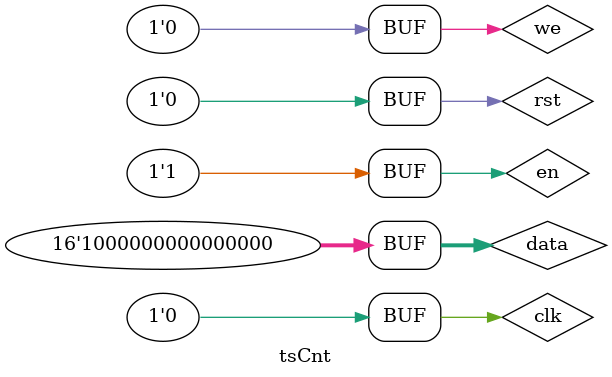
<source format=v>
`define clk clk = 1; #5; clk = 0; #5;

module tsCnt;

	// Inputs
	reg clk;
	reg rst;
	reg en;
	reg we;
	reg [15:0] data;

	// Outputs
	wire [15:0] value;
	wire overflow;

	// Instantiate the Unit Under Test (UUT)
	counter uut (
		.clk(clk), 
		.rst(rst), 
		.en(en), 
		.we(we), 
		.data(data), 
		.value(value), 
		.overflow(overflow)
	);

	initial begin
		// Initialize Inputs
		clk = 0;
		rst = 0;
		en = 1;
		we = 0;
		data = 0;

		// Wait 100 ns for global reset to finish
		#100;
        
		`clk;
		`clk;
		`clk;
		`clk;
		`clk;
		`clk;
		`clk;
        
        rst = 1;
		`clk;
        rst = 0;
        
        data = 1 << 16 - 1;
        we   = 1;
        `clk;
        
        we = 0;
        `clk;
        `clk;
        `clk;
        `clk;
        
	end
      
endmodule


</source>
